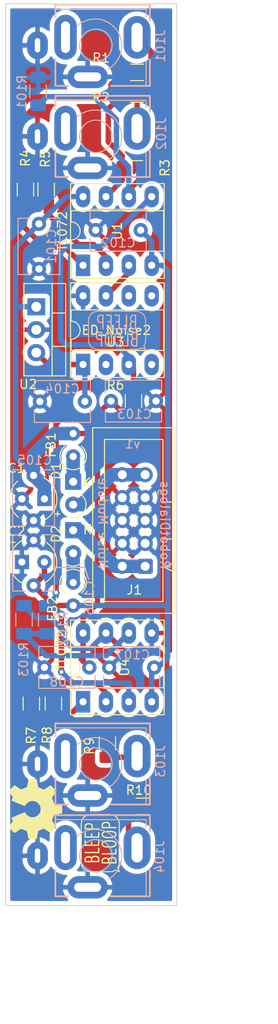
<source format=kicad_pcb>
(kicad_pcb (version 20211014) (generator pcbnew)
  (title_block (title "noise_pcb") (date "2022-01-31") (rev "v1"))
  (layers (0 "F.Cu" signal) (31 "B.Cu" signal) (34 "B.Paste" user) (35 "F.Paste" user) (36 "B.SilkS" user "B.Silkscreen") (37 "F.SilkS" user "F.Silkscreen") (38 "B.Mask" user) (39 "F.Mask" user) (44 "Edge.Cuts" user))
  (net 0 "")
  (net 1 "+12V")
  (net 2 "GND")
  (net 3 "-12V")
  (net 4 "+5V")
  (net 5 "-12VA")
  (net 6 "Net-(D2-Pad2)")
  (net 7 "Net-(C103-Pad1)")
  (net 8 "+12VA")
  (net 9 "Net-(D1-Pad1)")
  (net 10 "Net-(J101-PadT)")
  (net 12 "Net-(J102-PadT)")
  (net 13 "Net-(R8-Pad2)")
  (net 15 "Net-(J103-PadT)")
  (net 17 "Net-(J104-PadT)")
  (net 19 "Net-(R1-Pad1)")
  (net 20 "Net-(R3-Pad2)")
  (net 21 "Net-(R3-Pad1)")
  (net 22 "Net-(R5-Pad2)")
  (net 23 "Net-(R6-Pad2)")
  (net 24 "Net-(R8-Pad1)")
  (net 25 "Net-(R103-Pad2)")
  (net 26 "Net-(R103-Pad1)")
  (net 27 "Net-(U3-Pad7)")
  (footprint "Resistor_SMD:R_1206_3216Metric_Pad1.30x1.75mm_HandSolder" (layer "F.Cu") (at 155.2 139 180)
    (fp_text reference "R10" (at 0.4 1.8) (layer "F.SilkS"))
    (fp_text value "1k")
    (pad "1" smd roundrect locked (at -1.55 0 180) (size 1.3 1.75) (layers "F.Cu" "F.Paste" "F.Mask") (roundrect_rratio 0.192308) (net 25 "Net-(R103-Pad2)"))
    (pad "2" smd roundrect locked (at 1.55 0 180) (size 1.3 1.75) (layers "F.Cu" "F.Paste" "F.Mask") (roundrect_rratio 0.192308) (net 17 "Net-(J104-PadT)"))
  )
  (footprint "Resistor_SMD:R_1206_3216Metric_Pad1.30x1.75mm_HandSolder" (layer "F.Cu") (at 154.6 60)
    (fp_text reference "R2" (at -4 0.4) (layer "F.SilkS"))
    (fp_text value "1k")
    (pad "1" smd roundrect locked (at -1.55 0) (size 1.3 1.75) (layers "F.Cu" "F.Paste" "F.Mask") (roundrect_rratio 0.192308) (net 20 "Net-(R3-Pad2)"))
    (pad "2" smd roundrect locked (at 1.55 0) (size 1.3 1.75) (layers "F.Cu" "F.Paste" "F.Mask") (roundrect_rratio 0.192308) (net 12 "Net-(J102-PadT)"))
  )
  (footprint "Resistor_SMD:R_1206_3216Metric_Pad1.30x1.75mm_HandSolder" (layer "F.Cu") (at 142.2 70.6 90)
    (fp_text reference "R4" (at 3.5 0 90) (layer "F.SilkS"))
    (fp_text value "1k")
    (pad "1" smd roundrect locked (at -1.55 0 90) (size 1.3 1.75) (layers "F.Cu" "F.Paste" "F.Mask") (roundrect_rratio 0.192308) (net 22 "Net-(R5-Pad2)"))
    (pad "2" smd roundrect locked (at 1.55 0 90) (size 1.3 1.75) (layers "F.Cu" "F.Paste" "F.Mask") (roundrect_rratio 0.192308) (net 19 "Net-(R1-Pad1)"))
  )
  (footprint "Resistor_SMD:R_1206_3216Metric_Pad1.30x1.75mm_HandSolder" (layer "F.Cu") (at 154.5 68.3 180)
    (fp_text reference "R3" (at -3.2 0.1 90) (layer "F.SilkS"))
    (fp_text value "1k")
    (pad "1" smd roundrect locked (at -1.55 0 180) (size 1.3 1.75) (layers "F.Cu" "F.Paste" "F.Mask") (roundrect_rratio 0.192308) (net 21 "Net-(R3-Pad1)"))
    (pad "2" smd roundrect locked (at 1.55 0 180) (size 1.3 1.75) (layers "F.Cu" "F.Paste" "F.Mask") (roundrect_rratio 0.192308) (net 20 "Net-(R3-Pad2)"))
  )
  (footprint "Resistor_SMD:R_1206_3216Metric_Pad1.30x1.75mm_HandSolder" (layer "F.Cu") (at 142.85 127.6 90)
    (fp_text reference "R7" (at -3.551421 -0.016371 90) (layer "F.SilkS"))
    (fp_text value "1k")
    (pad "1" smd roundrect locked (at -1.55 0 90) (size 1.3 1.75) (layers "F.Cu" "F.Paste" "F.Mask") (roundrect_rratio 0.192308) (net 2 "GND"))
    (pad "2" smd roundrect locked (at 1.55 0 90) (size 1.3 1.75) (layers "F.Cu" "F.Paste" "F.Mask") (roundrect_rratio 0.192308) (net 24 "Net-(R8-Pad1)"))
  )
  (footprint "Resistor_SMD:R_1206_3216Metric_Pad1.30x1.75mm_HandSolder" (layer "F.Cu") (at 154.2 94.050001 90)
    (fp_text reference "R6" (at 1.750001 -2 180) (layer "F.SilkS"))
    (fp_text value "5.6k")
    (pad "1" smd roundrect locked (at -1.55 0 90) (size 1.3 1.75) (layers "F.Cu" "F.Paste" "F.Mask") (roundrect_rratio 0.192308) (net 7 "Net-(C103-Pad1)"))
    (pad "2" smd roundrect locked (at 1.55 0 90) (size 1.3 1.75) (layers "F.Cu" "F.Paste" "F.Mask") (roundrect_rratio 0.192308) (net 23 "Net-(R6-Pad2)"))
  )
  (footprint "My Stuff:Logo1" (layer "F.Cu") (at 150.5 143.1 90)
    (fp_text reference "LOGO3" hide)
    (fp_text value "logo1" hide)
    (fp_text user "BLOOP" (at 0.05 1.05 90) (layer "F.SilkS") (effects (font (size 1.5 1))))
    (fp_text user "BLEEP" (at 0.05 -0.85 90) (layer "F.SilkS") (effects (font (size 1.5 1))))
  )
  (footprint "Connector_IDC:IDC-Header_2x05_P2.54mm_Vertical" (layer "F.Cu") (at 155.5 112.38 180)
    (fp_text reference "J1" (at 1.2 -2.62) (layer "F.SilkS"))
    (fp_text value "Conn_02x05_Odd_Even")
    (pad "1" thru_hole roundrect (at 0 0 180) (size 1.7 1.7) (drill 1) (layers *.Cu *.Mask) (roundrect_rratio 0.147059) (net 5 "-12VA"))
    (pad "2" thru_hole circle (at 2.54 0 180) (size 1.7 1.7) (drill 1) (layers *.Cu *.Mask) (net 5 "-12VA"))
    (pad "3" thru_hole circle (at 0 2.54 180) (size 1.7 1.7) (drill 1) (layers *.Cu *.Mask) (net 2 "GND"))
    (pad "4" thru_hole circle (at 2.54 2.54 180) (size 1.7 1.7) (drill 1) (layers *.Cu *.Mask) (net 2 "GND"))
    (pad "5" thru_hole circle (at 0 5.08 180) (size 1.7 1.7) (drill 1) (layers *.Cu *.Mask) (net 2 "GND"))
    (pad "6" thru_hole circle (at 2.54 5.08 180) (size 1.7 1.7) (drill 1) (layers *.Cu *.Mask) (net 2 "GND"))
    (pad "7" thru_hole circle (at 0 7.62 180) (size 1.7 1.7) (drill 1) (layers *.Cu *.Mask) (net 2 "GND"))
    (pad "8" thru_hole circle (at 2.54 7.62 180) (size 1.7 1.7) (drill 1) (layers *.Cu *.Mask) (net 2 "GND"))
    (pad "9" thru_hole circle (at 0 10.16 180) (size 1.7 1.7) (drill 1) (layers *.Cu *.Mask) (net 8 "+12VA"))
    (pad "10" thru_hole circle (at 2.54 10.16 180) (size 1.7 1.7) (drill 1) (layers *.Cu *.Mask) (net 8 "+12VA"))
  )
  (footprint "Diode_THT:D_A-405_P2.54mm_Vertical_KathodeUp" (layer "F.Cu") (at 147.5 103 -90)
    (fp_text reference "D1" (at -1.2 1.9 90) (layer "F.SilkS"))
    (fp_text value "D")
    (fp_text user "K" (at 0.1 -1.5 180) (layer "F.SilkS"))
    (pad "1" thru_hole rect locked (at 0 0 270) (size 1.8 1.8) (drill 0.9) (layers *.Cu *.Mask) (net 9 "Net-(D1-Pad1)"))
    (pad "2" thru_hole oval locked (at 2.54 0 270) (size 1.8 1.8) (drill 0.9) (layers *.Cu *.Mask) (net 8 "+12VA"))
  )
  (footprint "Resistor_SMD:R_1206_3216Metric_Pad1.30x1.75mm_HandSolder" (layer "F.Cu") (at 154.6 57.6)
    (fp_text reference "R1" (at -4 -1.6) (layer "F.SilkS"))
    (fp_text value "1k")
    (pad "1" smd roundrect locked (at -1.55 0) (size 1.3 1.75) (layers "F.Cu" "F.Paste" "F.Mask") (roundrect_rratio 0.192308) (net 19 "Net-(R1-Pad1)"))
    (pad "2" smd roundrect locked (at 1.55 0) (size 1.3 1.75) (layers "F.Cu" "F.Paste" "F.Mask") (roundrect_rratio 0.192308) (net 10 "Net-(J101-PadT)"))
  )
  (footprint "Diode_THT:D_A-405_P2.54mm_Vertical_KathodeUp" (layer "F.Cu") (at 147.5 108.38 -90)
    (fp_text reference "D2" (at 0.42 1.9 90) (layer "F.SilkS"))
    (fp_text value "D")
    (fp_text user "K" (at -0.08 -1.6 180) (layer "F.SilkS"))
    (pad "1" thru_hole rect locked (at 0 0 270) (size 1.8 1.8) (drill 0.9) (layers *.Cu *.Mask) (net 5 "-12VA"))
    (pad "2" thru_hole oval locked (at 2.54 0 270) (size 1.8 1.8) (drill 0.9) (layers *.Cu *.Mask) (net 6 "Net-(D2-Pad2)"))
  )
  (footprint "Package_DIP:DIP-8_W7.62mm_Socket_LongPads" (layer "F.Cu") (at 148.6 127.4 90)
    (fp_text reference "U4" (at 3.81 4.6 90) (layer "F.SilkS"))
    (fp_text value "TL072")
    (pad "1" thru_hole rect locked (at 0 0 90) (size 2.4 1.6) (drill 0.8) (layers *.Cu *.Mask) (net 13 "Net-(R8-Pad2)"))
    (pad "2" thru_hole oval locked (at 0 2.54 90) (size 2.4 1.6) (drill 0.8) (layers *.Cu *.Mask) (net 24 "Net-(R8-Pad1)"))
    (pad "3" thru_hole oval locked (at 0 5.08 90) (size 2.4 1.6) (drill 0.8) (layers *.Cu *.Mask) (net 7 "Net-(C103-Pad1)"))
    (pad "4" thru_hole oval locked (at 0 7.62 90) (size 2.4 1.6) (drill 0.8) (layers *.Cu *.Mask) (net 3 "-12V"))
    (pad "5" thru_hole oval locked (at 7.62 7.62 90) (size 2.4 1.6) (drill 0.8) (layers *.Cu *.Mask) (net 2 "GND"))
    (pad "6" thru_hole oval locked (at 7.62 5.08 90) (size 2.4 1.6) (drill 0.8) (layers *.Cu *.Mask) (net 26 "Net-(R103-Pad1)"))
    (pad "7" thru_hole oval locked (at 7.62 2.54 90) (size 2.4 1.6) (drill 0.8) (layers *.Cu *.Mask) (net 25 "Net-(R103-Pad2)"))
    (pad "8" thru_hole oval locked (at 7.62 0 90) (size 2.4 1.6) (drill 0.8) (layers *.Cu *.Mask) (net 1 "+12V"))
  )
  (footprint "Package_TO_SOT_THT:TO-220-3_Vertical" (layer "F.Cu") (at 143.4 83.6 -90)
    (fp_text reference "U2" (at 8.6 0.9 180) (layer "F.SilkS"))
    (fp_text value "LM7805_TO220")
    (pad "1" thru_hole rect locked (at 0 0 270) (size 1.905 2) (drill 1.1) (layers *.Cu *.Mask) (net 1 "+12V"))
    (pad "2" thru_hole oval locked (at 2.54 0 270) (size 1.905 2) (drill 1.1) (layers *.Cu *.Mask) (net 2 "GND"))
    (pad "3" thru_hole oval locked (at 5.08 0 270) (size 1.905 2) (drill 1.1) (layers *.Cu *.Mask) (net 4 "+5V"))
  )
  (footprint "Capacitor_THT:CP_Radial_D5.0mm_P2.50mm" (layer "F.Cu") (at 144.305113 104.9 180)
    (fp_text reference "C1" (at 3.105113 3.4) (layer "F.SilkS"))
    (fp_text value "100uF")
    (pad "1" thru_hole rect (at 0 0 180) (size 1.6 1.6) (drill 0.8) (layers *.Cu *.Mask) (net 1 "+12V"))
    (pad "2" thru_hole circle (at 2.5 0 180) (size 1.6 1.6) (drill 0.8) (layers *.Cu *.Mask) (net 2 "GND"))
  )
  (footprint "Resistor_SMD:R_1206_3216Metric_Pad1.30x1.75mm_HandSolder" (layer "F.Cu") (at 151.3 132 -90)
    (fp_text reference "R9" (at 0.3 2 -270) (layer "F.SilkS"))
    (fp_text value "1k")
    (pad "1" smd roundrect locked (at -1.55 0 270) (size 1.3 1.75) (layers "F.Cu" "F.Paste" "F.Mask") (roundrect_rratio 0.192308) (net 13 "Net-(R8-Pad2)"))
    (pad "2" smd roundrect locked (at 1.55 0 270) (size 1.3 1.75) (layers "F.Cu" "F.Paste" "F.Mask") (roundrect_rratio 0.192308) (net 15 "Net-(J103-PadT)"))
  )
  (footprint "Package_DIP:DIP-8_W7.62mm_Socket_LongPads" (layer "F.Cu") (at 148.6 79 90)
    (fp_text reference "U1" (at 3.81 3.8 90) (layer "F.SilkS"))
    (fp_text value "TL072")
    (pad "1" thru_hole rect locked (at 0 0 90) (size 2.4 1.6) (drill 0.8) (layers *.Cu *.Mask) (net 19 "Net-(R1-Pad1)"))
    (pad "2" thru_hole oval locked (at 0 2.54 90) (size 2.4 1.6) (drill 0.8) (layers *.Cu *.Mask) (net 22 "Net-(R5-Pad2)"))
    (pad "3" thru_hole oval locked (at 0 5.08 90) (size 2.4 1.6) (drill 0.8) (layers *.Cu *.Mask) (net 27 "Net-(U3-Pad7)"))
    (pad "4" thru_hole oval locked (at 0 7.62 90) (size 2.4 1.6) (drill 0.8) (layers *.Cu *.Mask) (net 3 "-12V"))
    (pad "5" thru_hole oval locked (at 7.62 7.62 90) (size 2.4 1.6) (drill 0.8) (layers *.Cu *.Mask) (net 23 "Net-(R6-Pad2)"))
    (pad "6" thru_hole oval locked (at 7.62 5.08 90) (size 2.4 1.6) (drill 0.8) (layers *.Cu *.Mask) (net 21 "Net-(R3-Pad1)"))
    (pad "7" thru_hole oval locked (at 7.62 2.54 90) (size 2.4 1.6) (drill 0.8) (layers *.Cu *.Mask) (net 20 "Net-(R3-Pad2)"))
    (pad "8" thru_hole oval locked (at 7.62 0 90) (size 2.4 1.6) (drill 0.8) (layers *.Cu *.Mask) (net 1 "+12V"))
  )
  (footprint "Package_DIP:DIP-8_W7.62mm_Socket_LongPads" (layer "F.Cu") (at 148.6 90 90)
    (fp_text reference "U3" (at 2.5 3.6 180) (layer "F.SilkS"))
    (fp_text value "ElectricDruid_Noise2")
    (pad "1" thru_hole rect locked (at 0 0 90) (size 2.4 1.6) (drill 0.8) (layers *.Cu *.Mask) (net 4 "+5V"))
    (pad "2" thru_hole oval locked (at 0 2.54 90) (size 2.4 1.6) (drill 0.8) (layers *.Cu *.Mask))
    (pad "3" thru_hole oval locked (at 0 5.08 90) (size 2.4 1.6) (drill 0.8) (layers *.Cu *.Mask) (net 23 "Net-(R6-Pad2)"))
    (pad "4" thru_hole oval locked (at 0 7.62 90) (size 2.4 1.6) (drill 0.8) (layers *.Cu *.Mask))
    (pad "5" thru_hole oval locked (at 7.62 7.62 90) (size 2.4 1.6) (drill 0.8) (layers *.Cu *.Mask))
    (pad "6" thru_hole oval locked (at 7.62 5.08 90) (size 2.4 1.6) (drill 0.8) (layers *.Cu *.Mask))
    (pad "7" thru_hole oval locked (at 7.62 2.54 90) (size 2.4 1.6) (drill 0.8) (layers *.Cu *.Mask) (net 27 "Net-(U3-Pad7)"))
    (pad "8" thru_hole oval locked (at 7.62 0 90) (size 2.4 1.6) (drill 0.8) (layers *.Cu *.Mask) (net 2 "GND"))
  )
  (footprint "Symbol:OSHW-Symbol_6.7x6mm_SilkScreen" (layer "F.Cu") (at 143.3 139.3 -90)
    (fp_text reference "LOGO2" hide)
    (fp_text value "Logo_Open_Hardware_Small" hide)
  )
  (footprint "Resistor_SMD:R_1206_3216Metric_Pad1.30x1.75mm_HandSolder" (layer "F.Cu") (at 144.5 70.6 -90)
    (fp_text reference "R5" (at -3.4 0.1 90) (layer "F.SilkS"))
    (fp_text value "1k")
    (pad "1" smd roundrect locked (at -1.55 0 270) (size 1.3 1.75) (layers "F.Cu" "F.Paste" "F.Mask") (roundrect_rratio 0.192308) (net 2 "GND"))
    (pad "2" smd roundrect locked (at 1.55 0 270) (size 1.3 1.75) (layers "F.Cu" "F.Paste" "F.Mask") (roundrect_rratio 0.192308) (net 22 "Net-(R5-Pad2)"))
  )
  (footprint "Resistor_SMD:R_1206_3216Metric_Pad1.30x1.75mm_HandSolder" (layer "F.Cu") (at 145.3 127.6 -90)
    (fp_text reference "R8" (at 3.5 0.7 -90) (layer "F.SilkS"))
    (fp_text value "1k")
    (pad "1" smd roundrect locked (at -1.55 0 270) (size 1.3 1.75) (layers "F.Cu" "F.Paste" "F.Mask") (roundrect_rratio 0.192308) (net 24 "Net-(R8-Pad1)"))
    (pad "2" smd roundrect locked (at 1.55 0 270) (size 1.3 1.75) (layers "F.Cu" "F.Paste" "F.Mask") (roundrect_rratio 0.192308) (net 13 "Net-(R8-Pad2)"))
  )
  (footprint "Capacitor_THT:CP_Radial_D5.0mm_P2.50mm" (layer "F.Cu") (at 141.8 111.9)
    (fp_text reference "C2" (at -0.6 -3.4) (layer "F.SilkS"))
    (fp_text value "100uF")
    (pad "1" thru_hole rect (at 0 0) (size 1.6 1.6) (drill 0.8) (layers *.Cu *.Mask) (net 2 "GND"))
    (pad "2" thru_hole circle (at 2.5 0) (size 1.6 1.6) (drill 0.8) (layers *.Cu *.Mask) (net 3 "-12V"))
  )
  (footprint "Inductor_THT:L_Axial_L6.6mm_D2.7mm_P2.54mm_Vertical_Vishay_IM-2" (layer "F.Cu") (at 147.5 114.185 -90)
    (fp_text reference "FB2" (at 2.915 2.3 90) (layer "F.SilkS"))
    (fp_text value "FerriteBead")
    (pad "1" thru_hole circle locked (at 0 0 270) (size 1.6 1.6) (drill 0.8) (layers *.Cu *.Mask) (net 6 "Net-(D2-Pad2)"))
    (pad "2" thru_hole oval locked (at 2.54 0 270) (size 1.6 1.6) (drill 0.8) (layers *.Cu *.Mask) (net 3 "-12V"))
  )
  (footprint "My Stuff:Logo2" (layer "F.Cu") (at 152.4 86.2)
    (fp_text reference "LOGO1" hide)
    (fp_text value "logo1" hide)
    (fp_text user "BLEEP" (at -0.05 -0.85) (layer "B.SilkS") (effects (font (size 1.5 1)) (justify mirror)))
    (fp_text user "BLOOP" (at -0.05 1.05) (layer "B.SilkS") (effects (font (size 1.5 1)) (justify mirror)))
  )
  (footprint "Inductor_THT:L_Axial_L6.6mm_D2.7mm_P2.54mm_Vertical_Vishay_IM-2" (layer "F.Cu") (at 147.5 100.195 90)
    (fp_text reference "FB1" (at 1.27 -2.47 90) (layer "F.SilkS"))
    (fp_text value "FerriteBead")
    (pad "1" thru_hole circle locked (at 0 0 90) (size 1.6 1.6) (drill 0.8) (layers *.Cu *.Mask) (net 9 "Net-(D1-Pad1)"))
    (pad "2" thru_hole oval locked (at 2.54 0 90) (size 1.6 1.6) (drill 0.8) (layers *.Cu *.Mask) (net 1 "+12V"))
  )
  (footprint "Capacitor_THT:C_Disc_D6.0mm_W4.4mm_P5.00mm" (layer "B.Cu") (at 143.7 74.4 -90)
    (fp_text reference "C101" (at 2.5 -1.4 90) (layer "B.SilkS") (effects (justify mirror)))
    (fp_text value "C")
    (pad "1" thru_hole circle locked (at 0 0 270) (size 1.6 1.6) (drill 0.8) (layers *.Cu *.Mask) (net 1 "+12V"))
    (pad "2" thru_hole circle locked (at 5 0 270) (size 1.6 1.6) (drill 0.8) (layers *.Cu *.Mask) (net 2 "GND"))
  )
  (footprint "Capacitor_THT:C_Disc_D6.0mm_W4.4mm_P5.00mm" (layer "B.Cu") (at 149.3 123.589999 180)
    (fp_text reference "C108" (at 2.5 -1.610001) (layer "B.SilkS") (effects (justify mirror)))
    (fp_text value "C")
    (pad "1" thru_hole circle locked (at 0 0 180) (size 1.6 1.6) (drill 0.8) (layers *.Cu *.Mask) (net 1 "+12V"))
    (pad "2" thru_hole circle locked (at 5 0 180) (size 1.6 1.6) (drill 0.8) (layers *.Cu *.Mask) (net 2 "GND"))
  )
  (footprint "Capacitor_THT:C_Disc_D6.0mm_W4.4mm_P5.00mm" (layer "B.Cu") (at 150 75.1)
    (fp_text reference "C102" (at 2.5 1.4) (layer "B.SilkS") (effects (justify mirror)))
    (fp_text value "C")
    (pad "1" thru_hole circle locked (at 0 0) (size 1.6 1.6) (drill 0.8) (layers *.Cu *.Mask) (net 2 "GND"))
    (pad "2" thru_hole circle locked (at 5 0) (size 1.6 1.6) (drill 0.8) (layers *.Cu *.Mask) (net 3 "-12V"))
  )
  (footprint "Resistor_SMD:R_1206_3216Metric_Pad1.30x1.75mm_HandSolder" (layer "B.Cu") (at 143.6 59.7 -90)
    (fp_text reference "R101" (at 0.1 1.8 90) (layer "B.SilkS") (effects (justify mirror)))
    (fp_text value "1k")
    (pad "1" smd roundrect locked (at -1.55 0 270) (size 1.3 1.75) (layers "B.Cu" "B.Paste" "B.Mask") (roundrect_rratio 0.192308) (net 2 "GND"))
    (pad "2" smd roundrect locked (at 1.55 0 270) (size 1.3 1.75) (layers "B.Cu" "B.Paste" "B.Mask") (roundrect_rratio 0.192308) (net 21 "Net-(R3-Pad1)"))
  )
  (footprint "Capacitor_THT:C_Disc_D6.0mm_W4.4mm_P5.00mm" (layer "B.Cu") (at 151.7 94.05)
    (fp_text reference "C103" (at 2.6 1.45) (layer "B.SilkS") (effects (justify mirror)))
    (fp_text value "1nF")
    (pad "1" thru_hole circle locked (at 0 0) (size 1.6 1.6) (drill 0.8) (layers *.Cu *.Mask) (net 7 "Net-(C103-Pad1)"))
    (pad "2" thru_hole circle locked (at 5 0) (size 1.6 1.6) (drill 0.8) (layers *.Cu *.Mask) (net 2 "GND"))
  )
  (footprint "Capacitor_THT:C_Disc_D6.0mm_W4.4mm_P5.00mm" (layer "B.Cu") (at 148.8 94.1 180)
    (fp_text reference "C104" (at 2.5 1.4) (layer "B.SilkS") (effects (justify mirror)))
    (fp_text value "10nF")
    (pad "1" thru_hole circle locked (at 0 0 180) (size 1.6 1.6) (drill 0.8) (layers *.Cu *.Mask) (net 4 "+5V"))
    (pad "2" thru_hole circle locked (at 5 0 180) (size 1.6 1.6) (drill 0.8) (layers *.Cu *.Mask) (net 2 "GND"))
  )
  (footprint "My Stuff:Jack_3.5mm_MJ-355W_and_PJ398SM_Vertical" (layer "B.Cu") (at 150 64.7 90)
    (fp_text reference "J102" (at 0.3 7.3 90) (layer "B.SilkS") (effects (justify mirror)))
    (fp_text value "WHITE_OUT")
    (pad "S" thru_hole oval (at 0 -6.462911 90) (size 3.1 2.3) (drill oval 1.6 0.6) (layers *.Cu *.Mask) (net 2 "GND"))
    (pad "S" thru_hole oval (at -3.5 -0.892911 90) (size 2.5 4.5) (drill oval 1 3) (layers *.Cu *.Mask) (net 2 "GND"))
    (pad "T" thru_hole oval (at 0.875 4.6 270) (size 4.75 3) (drill oval 3.25 1.25) (layers *.Cu *.Mask) (net 12 "Net-(J102-PadT)"))
    (pad "TN" thru_hole oval (at 0.9 -3.35 90) (size 5 2.5) (drill oval 3.5 1) (layers *.Cu *.Mask))
  )
  (footprint "My Stuff:Jack_3.5mm_MJ-355W_and_PJ398SM_Vertical" (layer "B.Cu") (at 150 54.6 90)
    (fp_text reference "J101" (at -0.1 7.2 90) (layer "B.SilkS") (effects (justify mirror)))
    (fp_text value "PINK_OUT")
    (pad "S" thru_hole oval (at -3.5 -0.892911 90) (size 2.5 4.5) (drill oval 1 3) (layers *.Cu *.Mask) (net 2 "GND"))
    (pad "S" thru_hole oval (at 0 -6.462911 90) (size 3.1 2.3) (drill oval 1.6 0.6) (layers *.Cu *.Mask) (net 2 "GND"))
    (pad "T" thru_hole oval (at 0.875 4.6 270) (size 4.75 3) (drill oval 3.25 1.25) (layers *.Cu *.Mask) (net 10 "Net-(J101-PadT)"))
    (pad "TN" thru_hole oval (at 0.9 -3.35 90) (size 5 2.5) (drill oval 3.5 1) (layers *.Cu *.Mask))
  )
  (footprint "My Stuff:Jack_3.5mm_MJ-355W_and_PJ398SM_Vertical" (layer "B.Cu") (at 150 134.3 90)
    (fp_text reference "J103" (at 0.3 7.2 90) (layer "B.SilkS") (effects (justify mirror)))
    (fp_text value "FILT_WHITE")
    (pad "S" thru_hole oval (at -3.5 -0.892911 90) (size 2.5 4.5) (drill oval 1 3) (layers *.Cu *.Mask) (net 2 "GND"))
    (pad "S" thru_hole oval (at 0 -6.462911 90) (size 3.1 2.3) (drill oval 1.6 0.6) (layers *.Cu *.Mask) (net 2 "GND"))
    (pad "T" thru_hole oval (at 0.875 4.6 270) (size 4.75 3) (drill oval 3.25 1.25) (layers *.Cu *.Mask) (net 15 "Net-(J103-PadT)"))
    (pad "TN" thru_hole oval (at 0.9 -3.35 90) (size 5 2.5) (drill oval 3.5 1) (layers *.Cu *.Mask))
  )
  (footprint "Capacitor_THT:C_Disc_D6.0mm_W4.4mm_P5.00mm" (layer "B.Cu") (at 143.1 102.3 -90)
    (fp_text reference "C105" (at -1.7 -0.1 180) (layer "B.SilkS") (effects (justify mirror)))
    (fp_text value "10nF")
    (pad "1" thru_hole circle locked (at 0 0 270) (size 1.6 1.6) (drill 0.8) (layers *.Cu *.Mask) (net 1 "+12V"))
    (pad "2" thru_hole circle locked (at 5 0 270) (size 1.6 1.6) (drill 0.8) (layers *.Cu *.Mask) (net 2 "GND"))
  )
  (footprint "My Stuff:Jack_3.5mm_MJ-355W_and_PJ398SM_Vertical" (layer "B.Cu") (at 150 144.475 90)
    (fp_text reference "J104" (at -0.125 7.1 90) (layer "B.SilkS") (effects (justify mirror)))
    (fp_text value "INV_FILT_WHITE")
    (pad "S" thru_hole oval (at -3.5 -0.892911 90) (size 2.5 4.5) (drill oval 1 3) (layers *.Cu *.Mask) (net 2 "GND"))
    (pad "S" thru_hole oval (at 0 -6.462911 90) (size 3.1 2.3) (drill oval 1.6 0.6) (layers *.Cu *.Mask) (net 2 "GND"))
    (pad "T" thru_hole oval (at 0.875 4.6 270) (size 4.75 3) (drill oval 3.25 1.25) (layers *.Cu *.Mask) (net 17 "Net-(J104-PadT)"))
    (pad "TN" thru_hole oval (at 0.9 -3.35 90) (size 5 2.5) (drill oval 3.5 1) (layers *.Cu *.Mask))
  )
  (footprint "Capacitor_THT:C_Disc_D6.0mm_W4.4mm_P5.00mm" (layer "B.Cu") (at 143.1 109.5 -90)
    (fp_text reference "C106" (at 6.4 -6.2 90) (layer "B.SilkS") (effects (justify mirror)))
    (fp_text value "10nF")
    (pad "1" thru_hole circle locked (at 0 0 270) (size 1.6 1.6) (drill 0.8) (layers *.Cu *.Mask) (net 2 "GND"))
    (pad "2" thru_hole circle locked (at 5 0 270) (size 1.6 1.6) (drill 0.8) (layers *.Cu *.Mask) (net 3 "-12V"))
  )
  (footprint "Resistor_SMD:R_1206_3216Metric_Pad1.30x1.75mm_HandSolder" (layer "B.Cu") (at 142.038579 118.303628 90)
    (fp_text reference "R103" (at -4.396372 -0.038579 90) (layer "B.SilkS") (effects (justify mirror)))
    (fp_text value "100k")
    (pad "1" smd roundrect locked (at -1.55 0 90) (size 1.3 1.75) (layers "B.Cu" "B.Paste" "B.Mask") (roundrect_rratio 0.192308) (net 26 "Net-(R103-Pad1)"))
    (pad "2" smd roundrect locked (at 1.55 0 90) (size 1.3 1.75) (layers "B.Cu" "B.Paste" "B.Mask") (roundrect_rratio 0.192308) (net 25 "Net-(R103-Pad2)"))
  )
  (footprint "Resistor_SMD:R_1206_3216Metric_Pad1.30x1.75mm_HandSolder" (layer "B.Cu") (at 144.55495 118.303628 -90)
    (fp_text reference "R102" (at 0.996372 -1.84505 90) (layer "B.SilkS") (effects (justify mirror)))
    (fp_text value "100k")
    (pad "1" smd roundrect locked (at -1.55 0 270) (size 1.3 1.75) (layers "B.Cu" "B.Paste" "B.Mask") (roundrect_rratio 0.192308) (net 7 "Net-(C103-Pad1)"))
    (pad "2" smd roundrect locked (at 1.55 0 270) (size 1.3 1.75) (layers "B.Cu" "B.Paste" "B.Mask") (roundrect_rratio 0.192308) (net 26 "Net-(R103-Pad1)"))
  )
  (footprint "Capacitor_THT:C_Disc_D6.0mm_W4.4mm_P5.00mm" (layer "B.Cu") (at 151.5 123.6)
    (fp_text reference "C107" (at 2.6 -1.4) (layer "B.SilkS") (effects (justify mirror)))
    (fp_text value "C")
    (pad "1" thru_hole circle locked (at 0 0) (size 1.6 1.6) (drill 0.8) (layers *.Cu *.Mask) (net 2 "GND"))
    (pad "2" thru_hole circle locked (at 5 0) (size 1.6 1.6) (drill 0.8) (layers *.Cu *.Mask) (net 3 "-12V"))
  )
  (gr_line (start 145.7 112.5) (end 148.8 112.5) (layer "B.SilkS") (width 0.15))
  (gr_line (start 148.8 112.5) (end 149.2 113.8) (layer "B.SilkS") (width 0.15))
  (gr_rect locked (start 140 50) (end 159 150) (layer "Edge.Cuts") (width 0.1) (fill none))
  (gr_text "RobotDialogs" (at 157.7 107.8 -90) (layer "B.SilkS") (effects (font (size 1 1)) (justify mirror)))
  (gr_text "v1" (at 154.1 98.8) (layer "B.SilkS") (effects (font (size 1 1)) (justify mirror)))
  (gr_text "Noise Module" (at 150.8 107.6 270) (layer "B.SilkS") (effects (font (size 1 1)) (justify mirror)))
  (gr_text "TL072" (at 146.3 75.2 90) (layer "F.SilkS") (effects (font (size 1 1))))
  (gr_text "ED_Noise2" (at 152.3 86.2) (layer "F.SilkS") (effects (font (size 1 1))))
  (gr_text "TL072" (at 146.2 121.7 90) (layer "F.SilkS") (effects (font (size 1 1))))
  (segment (start 147.5 97.655) (end 149.355 97.655) (width 0.6) (layer "F.Cu") (net 1))
  (segment (start 148.6 119.78) (end 148.6 122.889999) (width 0.6) (layer "F.Cu") (net 1))
  (segment (start 149.355 97.655) (end 150.2 98.5) (width 0.6) (layer "F.Cu") (net 1))
  (segment (start 150.2 116.5) (end 148.6 118.1) (width 0.6) (layer "F.Cu") (net 1))
  (segment (start 150.2 98.5) (end 150.2 116.5) (width 0.6) (layer "F.Cu") (net 1))
  (segment (start 148.4 122.689999) (end 149.3 123.589999) (width 0.6) (layer "F.Cu") (net 1))
  (segment (start 148.6 118.1) (end 148.6 119.78) (width 0.6) (layer "F.Cu") (net 1))
  (segment (start 141.1 77) (end 141.1 83.6) (width 0.6) (layer "B.Cu") (net 1))
  (segment (start 143.7 74.4) (end 141.1 77) (width 0.6) (layer "B.Cu") (net 1))
  (segment (start 148.6 71.38) (end 146.72 71.38) (width 0.6) (layer "B.Cu") (net 1))
  (segment (start 143.1 100) (end 143.1 102.3) (width 1.5) (layer "B.Cu") (net 1))
  (segment (start 143.4 83.6) (end 141.1 83.6) (width 0.6) (layer "B.Cu") (net 1))
  (segment (start 145.445 97.655) (end 143.1 100) (width 1.5) (layer "B.Cu") (net 1))
  (segment (start 143.1 102.3) (end 144.305113 103.505113) (width 1.5) (layer "B.Cu") (net 1))
  (segment (start 147.5 97.655) (end 145.445 97.655) (width 1.5) (layer "B.Cu") (net 1))
  (segment (start 144.305113 103.505113) (end 144.305113 104.9) (width 1.5) (layer "B.Cu") (net 1))
  (segment (start 141.1 83.6) (end 141.1 100.3) (width 0.6) (layer "B.Cu") (net 1))
  (segment (start 146.72 71.38) (end 143.7 74.4) (width 0.6) (layer "B.Cu") (net 1))
  (segment (start 143.1 102.3) (end 141.1 100.3) (width 0.6) (layer "B.Cu") (net 1))
  (segment (start 147.4525 116.725) (end 145.325 116.725) (width 0.6) (layer "F.Cu") (net 3))
  (segment (start 144.3 111.9) (end 144.3 113.3) (width 0.6) (layer "F.Cu") (net 3))
  (segment (start 145.325 116.725) (end 143.1 114.5) (width 0.6) (layer "F.Cu") (net 3))
  (segment (start 144.3 113.3) (end 143.1 114.5) (width 0.6) (layer "F.Cu") (net 3))
  (segment (start 147.5 116.725) (end 157.975 116.725) (width 0.6) (layer "B.Cu") (net 3))
  (segment (start 157.42 79) (end 158 79.58) (width 0.6) (layer "B.Cu") (net 3))
  (segment (start 157.975 116.725) (end 158 116.7) (width 0.6) (layer "B.Cu") (net 3))
  (segment (start 158 122.53137) (end 158 116.7) (width 0.6) (layer "B.Cu") (net 3))
  (segment (start 156.22 76.32) (end 156.22 79) (width 0.6) (layer "B.Cu") (net 3))
  (segment (start 155 75.1) (end 156.22 76.32) (width 0.6) (layer "B.Cu") (net 3))
  (segment (start 156.22 79) (end 157.42 79) (width 0.6) (layer "B.Cu") (net 3))
  (segment (start 156.22 127.4) (end 156.22 124.02) (width 0.6) (layer "B.Cu") (net 3))
  (segment (start 158 116.7) (end 158 79.58) (width 0.6) (layer "B.Cu") (net 3))
  (segment (start 156.93137 123.6) (end 158 122.53137) (width 0.6) (layer "B.Cu") (net 3))
  (segment (start 144.72 90) (end 143.4 88.68) (width 0.6) (layer "F.Cu") (net 4))
  (segment (start 148.6 90) (end 144.72 90) (width 0.6) (layer "F.Cu") (net 4))
  (segment (start 148.8 94.1) (end 148.8 90.2) (width 0.6) (layer "B.Cu") (net 4))
  (segment (start 148.8 90.2) (end 148.6 90) (width 0.6) (layer "B.Cu") (net 4))
  (segment (start 152.96 112.38) (end 152.18 112.38) (width 1.5) (layer "B.Cu") (net 5))
  (segment (start 155.5 112.38) (end 152.96 112.38) (width 1.5) (layer "B.Cu") (net 5))
  (segment (start 152.18 112.38) (end 148.18 108.38) (width 1.5) (layer "B.Cu") (net 5))
  (segment (start 148.18 108.38) (end 147.5 108.38) (width 1.5) (layer "B.Cu") (net 5))
  (segment (start 147.4525 110.92) (end 147.4525 114.185) (width 0.6) (layer "B.Cu") (net 6))
  (segment (start 147.5 110.92) (end 147.5 114.185) (width 1.5) (layer "B.Cu") (net 6))
  (segment (start 153.250001 95.600001) (end 151.7 94.05) (width 0.6) (layer "F.Cu") (net 7))
  (segment (start 146.4 95.8) (end 149.95 95.8) (width 0.6) (layer "F.Cu") (net 7))
  (segment (start 154.2 95.600001) (end 153.250001 95.600001) (width 0.6) (layer "F.Cu") (net 7))
  (segment (start 145.6 101.9) (end 145.604624 101.904624) (width 0.6) (layer "F.Cu") (net 7))
  (segment (start 145.6 96.6) (end 146.4 95.8) (width 0.6) (layer "F.Cu") (net 7))
  (segment (start 146.2 117.7) (end 146.2 124.1) (width 0.6) (layer "F.Cu") (net 7))
  (segment (start 145.6 101.9) (end 145.6 96.6) (width 0.6) (layer "F.Cu") (net 7))
  (segment (start 145.604624 101.904624) (end 145.604624 115.295376) (width 0.6) (layer "F.Cu") (net 7))
  (segment (start 149.95 95.8) (end 151.7 94.05) (width 0.6) (layer "F.Cu") (net 7))
  (segment (start 145.604624 115.295376) (end 145.6 115.3) (width 0.6) (layer "F.Cu") (net 7))
  (via (at 146.2 117.7) (size 0.8) (drill 0.4) (layers "F.Cu" "B.Cu") (net 7))
  (via (at 146.2 124.1) (size 0.8) (drill 0.4) (layers "F.Cu" "B.Cu") (net 7))
  (via (at 145.6 115.3) (size 0.8) (drill 0.4) (layers "F.Cu" "B.Cu") (net 7))
  (segment (start 144.55495 116.753628) (end 145.253628 116.753628) (width 0.6) (layer "B.Cu") (net 7))
  (segment (start 145.253628 116.753628) (end 146.2 117.7) (width 0.6) (layer "B.Cu") (net 7))
  (segment (start 145.6 115.3) (end 145.6 115.708578) (width 0.6) (layer "B.Cu") (net 7))
  (segment (start 146.2 124.1) (end 147.42 125.32) (width 0.6) (layer "B.Cu") (net 7))
  (segment (start 147.42 125.32) (end 153.68 125.32) (width 0.6) (layer "B.Cu") (net 7))
  (segment (start 153.68 127.4) (end 153.68 125.32) (width 0.6) (layer "B.Cu") (net 7))
  (segment (start 145.6 115.708578) (end 144.55495 116.753628) (width 0.6) (layer "B.Cu") (net 7))
  (segment (start 155.5 102.22) (end 152.96 102.22) (width 1.5) (layer "B.Cu") (net 8))
  (segment (start 148.437919 105.54) (end 147.5 105.54) (width 1.5) (layer "B.Cu") (net 8))
  (segment (start 152.96 102.22) (end 151.757919 102.22) (width 1.5) (layer "B.Cu") (net 8))
  (segment (start 151.757919 102.22) (end 148.437919 105.54) (width 1.5) (layer "B.Cu") (net 8))
  (segment (start 147.4525 102.98) (end 147.4525 100.2) (width 0.6) (layer "B.Cu") (net 9))
  (segment (start 147.5 100.195) (end 147.5 103) (width 1.5) (layer "B.Cu") (net 9))
  (segment (start 156.15 57.6) (end 156.15 55.275) (width 0.6) (layer "F.Cu") (net 10))
  (segment (start 156.15 55.275) (end 154.6 53.725) (width 0.6) (layer "F.Cu") (net 10))
  (segment (start 154.6 60.3) (end 154.6 63.825) (width 0.6) (layer "F.Cu") (net 12))
  (segment (start 154.9 60) (end 154.6 60.3) (width 0.6) (layer "F.Cu") (net 12))
  (segment (start 156.15 60) (end 154.9 60) (width 0.6) (layer "F.Cu") (net 12))
  (segment (start 146.85 129.15) (end 148.6 127.4) (width 0.6) (layer "F.Cu") (net 13))
  (segment (start 151.3 130.45) (end 148.15 130.45) (width 0.6) (layer "F.Cu") (net 13))
  (segment (start 145.3 129.15) (end 146.85 129.15) (width 0.6) (layer "F.Cu") (net 13))
  (segment (start 148.15 130.45) (end 146.85 129.15) (width 0.6) (layer "F.Cu") (net 13))
  (segment (start 151.3 133.55) (end 154.475 133.55) (width 0.6) (layer "F.Cu") (net 15))
  (segment (start 154.475 133.55) (end 154.6 133.425) (width 0.6) (layer "F.Cu") (net 15))
  (segment (start 153.65 139) (end 153.65 142.65) (width 0.6) (layer "F.Cu") (net 17))
  (segment (start 153.65 142.65) (end 154.6 143.6) (width 0.6) (layer "F.Cu") (net 17))
  (segment (start 148.6 79) (end 146.6 77) (width 0.6) (layer "F.Cu") (net 19))
  (segment (start 142.2 66.9) (end 142.2 69.05) (width 0.6) (layer "F.Cu") (net 19))
  (segment (start 141.05 69.05) (end 140.8 69.3) (width 0.6) (layer "F.Cu") (net 19))
  (segment (start 142.8 60.3) (end 141.2 61.9) (width 0.6) (layer "F.Cu") (net 19))
  (segment (start 142.2 69.05) (end 141.05 69.05) (width 0.6) (layer "F.Cu") (net 19))
  (segment (start 144.3 77) (end 146.6 77) (width 0.6) (layer "F.Cu") (net 19))
  (segment (start 140.8 73.5) (end 140.8 69.3) (width 0.6) (layer "F.Cu") (net 19))
  (segment (start 153.05 57.6) (end 151.7 58.95) (width 0.6) (layer "F.Cu") (net 19))
  (segment (start 141.2 65.9) (end 142.2 66.9) (width 0.6) (layer "F.Cu") (net 19))
  (segment (start 151.7 58.95) (end 151.7 59.85) (width 0.6) (layer "F.Cu") (net 19))
  (segment (start 141.2 61.9) (end 141.2 65.9) (width 0.6) (layer "F.Cu") (net 19))
  (segment (start 151.25 60.3) (end 142.8 60.3) (width 0.6) (layer "F.Cu") (net 19))
  (segment (start 151.7 59.85) (end 151.25 60.3) (width 0.6) (layer "F.Cu") (net 19))
  (segment (start 140.8 73.5) (end 144.3 77) (width 0.6) (layer "F.Cu") (net 19))
  (segment (start 151.4 61.65) (end 153.05 60) (width 0.6) (layer "F.Cu") (net 20))
  (segment (start 152.95 69.57) (end 151.14 71.38) (width 0.6) (layer "F.Cu") (net 20))
  (segment (start 152.95 68.3) (end 152.95 66.85) (width 0.6) (layer "F.Cu") (net 20))
  (segment (start 152.95 66.85) (end 151.4 65.3) (width 0.6) (layer "F.Cu") (net 20))
  (segment (start 151.4 65.3) (end 151.4 61.65) (width 0.6) (layer "F.Cu") (net 20))
  (segment (start 152.95 68.3) (end 152.95 69.57) (width 0.6) (layer "F.Cu") (net 20))
  (segment (start 153.68 70.67) (end 156.05 68.3) (width 0.6) (layer "F.Cu") (net 21))
  (segment (start 153.68 71.38) (end 153.68 70.67) (width 0.6) (layer "F.Cu") (net 21))
  (segment (start 152.3 62.8) (end 152.3 66.7) (width 0.6) (layer "B.Cu") (net 21))
  (segment (start 153.68 68.08) (end 153.68 71.38) (width 0.6) (layer "B.Cu") (net 21))
  (segment (start 149.8 60.3) (end 152.3 62.8) (width 0.6) (layer "B.Cu") (net 21))
  (segment (start 152.3 66.7) (end 153.68 68.08) (width 0.6) (layer "B.Cu") (net 21))
  (segment (start 144.55 60.3) (end 149.8 60.3) (width 0.6) (layer "B.Cu") (net 21))
  (segment (start 143.6 61.25) (end 144.55 60.3) (width 0.6) (layer "B.Cu") (net 21))
  (segment (start 144.5 73.1) (end 148.1 76.7) (width 0.6) (layer "F.Cu") (net 22))
  (segment (start 148.1 76.7) (end 149.8 76.7) (width 0.6) (layer "F.Cu") (net 22))
  (segment (start 151.14 78.04) (end 151.14 79) (width 0.6) (layer "F.Cu") (net 22))
  (segment (start 144.5 72.15) (end 142.2 72.15) (width 0.6) (layer "F.Cu") (net 22))
  (segment (start 144.5 72.15) (end 144.5 73.1) (width 0.6) (layer "F.Cu") (net 22))
  (segment (start 149.8 76.7) (end 151.14 78.04) (width 0.6) (layer "F.Cu") (net 22))
  (segment (start 154.2 92.500001) (end 154.2 90.52) (width 0.6) (layer "F.Cu") (net 23))
  (segment (start 154.2 90.52) (end 153.68 90) (width 0.6) (layer "F.Cu") (net 23))
  (segment (start 156.22 71.38) (end 150.7 76.9) (width 0.6) (layer "B.Cu") (net 23))
  (segment (start 152.35 87.8) (end 153.68 89.13) (width 0.6) (layer "B.Cu") (net 23))
  (segment (start 146.1 87.25) (end 146.65 87.8) (width 0.6) (layer "B.Cu") (net 23))
  (segment (start 150.7 76.9) (end 146.8 76.9) (width 0.6) (layer "B.Cu") (net 23))
  (segment (start 146.8 76.9) (end 146.1 77.6) (width 0.6) (layer "B.Cu") (net 23))
  (segment (start 146.1 77.6) (end 146.1 87.25) (width 0.6) (layer "B.Cu") (net 23))
  (segment (start 146.65 87.8) (end 152.35 87.8) (width 0.6) (layer "B.Cu") (net 23))
  (segment (start 153.68 89.13) (end 153.68 90) (width 0.6) (layer "B.Cu") (net 23))
  (segment (start 145.3 126.05) (end 142.85 126.05) (width 0.6) (layer "F.Cu") (net 24))
  (segment (start 151.14 126.4) (end 151.14 127.4) (width 0.6) (layer "F.Cu") (net 24))
  (segment (start 146.05 125.3) (end 145.3 126.05) (width 0.6) (layer "F.Cu") (net 24))
  (segment (start 150.04 125.3) (end 151.14 126.4) (width 0.6) (layer "F.Cu") (net 24))
  (segment (start 150.04 125.3) (end 146.05 125.3) (width 0.6) (layer "F.Cu") (net 24))
  (segment (start 157.9 122.7) (end 157.9 135.9) (width 0.6) (layer "F.Cu") (net 25))
  (segment (start 153.26 121.9) (end 157.1 121.9) (width 0.6) (layer "F.Cu") (net 25))
  (segment (start 156.8 138.95) (end 156.75 139) (width 0.6) (layer "F.Cu") (net 25))
  (segment (start 151.14 119.78) (end 153.26 121.9) (width 0.6) (layer "F.Cu") (net 25))
  (segment (start 156.8 137) (end 156.8 138.95) (width 0.6) (layer "F.Cu") (net 25))
  (segment (start 157.9 135.9) (end 156.8 137) (width 0.6) (layer "F.Cu") (net 25))
  (segment (start 157.1 121.9) (end 157.9 122.7) (width 0.6) (layer "F.Cu") (net 25))
  (segment (start 144.98048 118.08048) (end 146.5 119.6) (width 0.6) (layer "B.Cu") (net 25))
  (segment (start 149.429032 121.490968) (end 147.490968 121.490968) (width 0.6) (layer "B.Cu") (net 25))
  (segment (start 143.365431 118.08048) (end 142.038579 116.753628) (width 0.6) (layer "B.Cu") (net 25))
  (segment (start 146.5 120.5) (end 146.5 119.6) (width 0.6) (layer "B.Cu") (net 25))
  (segment (start 143.365431 118.08048) (end 144.98048 118.08048) (width 0.6) (layer "B.Cu") (net 25))
  (segment (start 151.14 119.78) (end 149.429032 121.490968) (width 0.6) (layer "B.Cu") (net 25))
  (segment (start 147.490968 121.490968) (end 146.5 120.5) (width 0.6) (layer "B.Cu") (net 25))
  (segment (start 142.038579 119.853628) (end 144.55495 119.853628) (width 0.6) (layer "B.Cu") (net 26))
  (segment (start 151.169512 122.290488) (end 144.475439 122.290488) (width 0.6) (layer "B.Cu") (net 26))
  (segment (start 144.475439 122.290488) (end 142.038579 119.853628) (width 0.6) (layer "B.Cu") (net 26))
  (segment (start 153.68 119.78) (end 151.169512 122.290488) (width 0.6) (layer "B.Cu") (net 26))
  (segment (start 153.68 79.84) (end 151.14 82.38) (width 0.6) (layer "F.Cu") (net 27))
  (segment (start 153.68 79) (end 153.68 79.84) (width 0.6) (layer "F.Cu") (net 27))
  (zone locked (net 2) (net_name "GND") (layers F&B.Cu) (connect_pads (clearance 0.508)) (min_thickness 0.254) (fill yes (thermal_gap 0.508) (thermal_bridge_width 0.508))
    (polygon (pts (xy 158.5 149.5) (xy 140.5 149.5) (xy 140.5 50.5) (xy 158.5 50.5)))
  )
  (zone (net 0) (net_name "") (layer "B.Cu") (connect_pads (clearance 0)) (min_thickness 0.254)
    (keepout (tracks not_allowed) (vias not_allowed) (pads not_allowed) (copperpour not_allowed) (footprints allowed))
    (fill (thermal_gap 0.508) (thermal_bridge_width 0.508))
    (polygon (pts (xy 151 133) (xy 151.4 133.4) (xy 151.6 133.9) (xy 151.7 134.4) (xy 151.6 134.8) (xy 151.4 135.3) (xy 150.7 135.8) (xy 149.7 135.9) (xy 148.9 135.5) (xy 148.4 134.8) (xy 148.4 133.7) (xy 148.9 133.1) (xy 149.5 132.7) (xy 150.4 132.7)))
  )
  (zone (net 0) (net_name "") (layer "B.Cu") (connect_pads (clearance 0)) (min_thickness 0.254)
    (keepout (tracks not_allowed) (vias not_allowed) (pads not_allowed) (copperpour not_allowed) (footprints allowed))
    (fill (thermal_gap 0.508) (thermal_bridge_width 0.508))
    (polygon (pts (xy 151 63.4) (xy 151.4 63.8) (xy 151.6 64.3) (xy 151.7 64.8) (xy 151.6 65.2) (xy 151.4 65.7) (xy 150.7 66.2) (xy 149.7 66.3) (xy 148.9 65.9) (xy 148.4 65.2) (xy 148.4 64.1) (xy 148.9 63.5) (xy 149.5 63.1) (xy 150.4 63.1)))
  )
  (zone (net 0) (net_name "") (layer "B.Cu") (connect_pads (clearance 0)) (min_thickness 0.254)
    (keepout (tracks not_allowed) (vias not_allowed) (pads not_allowed) (copperpour not_allowed) (footprints allowed))
    (fill (thermal_gap 0.508) (thermal_bridge_width 0.508))
    (polygon (pts (xy 151 53.3) (xy 151.4 53.7) (xy 151.6 54.2) (xy 151.7 54.7) (xy 151.6 55.1) (xy 151.4 55.6) (xy 150.7 56.1) (xy 149.7 56.2) (xy 148.9 55.8) (xy 148.4 55.1) (xy 148.4 54) (xy 148.9 53.4) (xy 149.5 53) (xy 150.4 53)))
  )
  (zone (net 0) (net_name "") (layer "B.Cu") (connect_pads (clearance 0)) (min_thickness 0.254)
    (keepout (tracks not_allowed) (vias not_allowed) (pads not_allowed) (copperpour not_allowed) (footprints allowed))
    (fill (thermal_gap 0.508) (thermal_bridge_width 0.508))
    (polygon (pts (xy 151 143.2) (xy 151.4 143.6) (xy 151.6 144.1) (xy 151.7 144.6) (xy 151.6 145) (xy 151.4 145.5) (xy 150.7 146) (xy 149.7 146.1) (xy 148.9 145.7) (xy 148.4 145) (xy 148.4 143.9) (xy 148.9 143.3) (xy 149.5 142.9) (xy 150.4 142.9)))
  )
)
</source>
